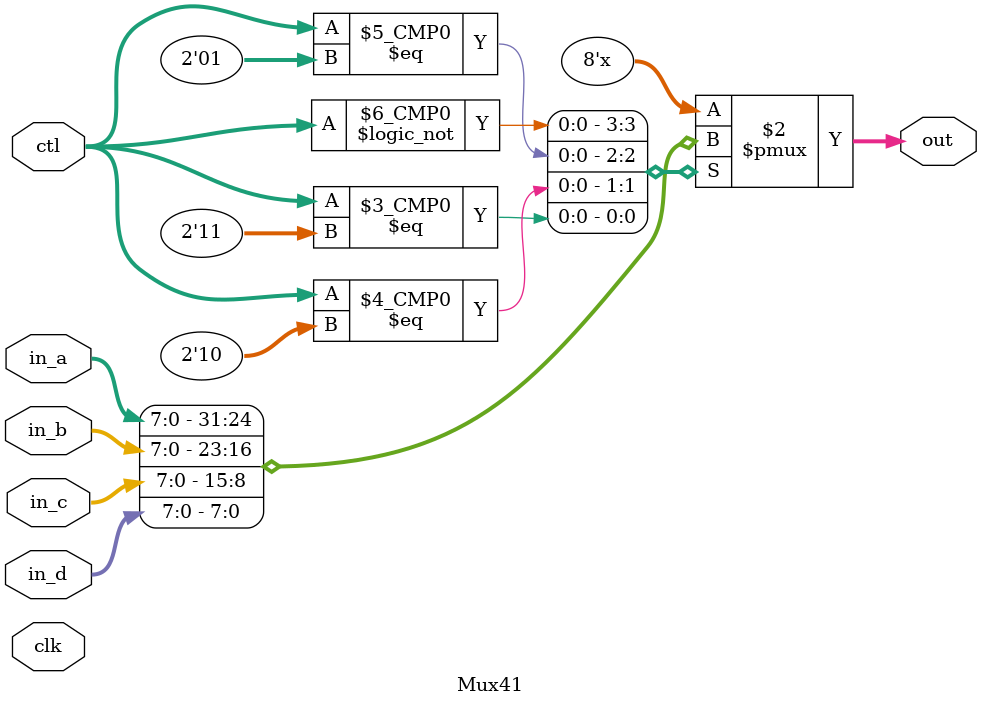
<source format=v>
module Mux41	#(parameter BUS_WIDTH=8)
				 (clk, ctl, in_a, in_b, in_c, in_d, out);
	
	output reg	[BUS_WIDTH-1:0]	out;
	
	input						clk;
	input 		[BUS_WIDTH-1:0]	in_a;
	input 		[BUS_WIDTH-1:0]	in_b;
	input 		[BUS_WIDTH-1:0]	in_c;
	input 		[BUS_WIDTH-1:0]	in_d;
	input		[1:0]			ctl;
	
	always @ (in_a, in_b, in_c, in_d, ctl) begin
		case (ctl)
			2'b00: begin
				out = in_a;
			end
			2'b01: begin
				out = in_b;
			end
			2'b10: begin
				out = in_c;
			end
			2'b11: begin
				out = in_d;
			end
		endcase
	end
endmodule
</source>
